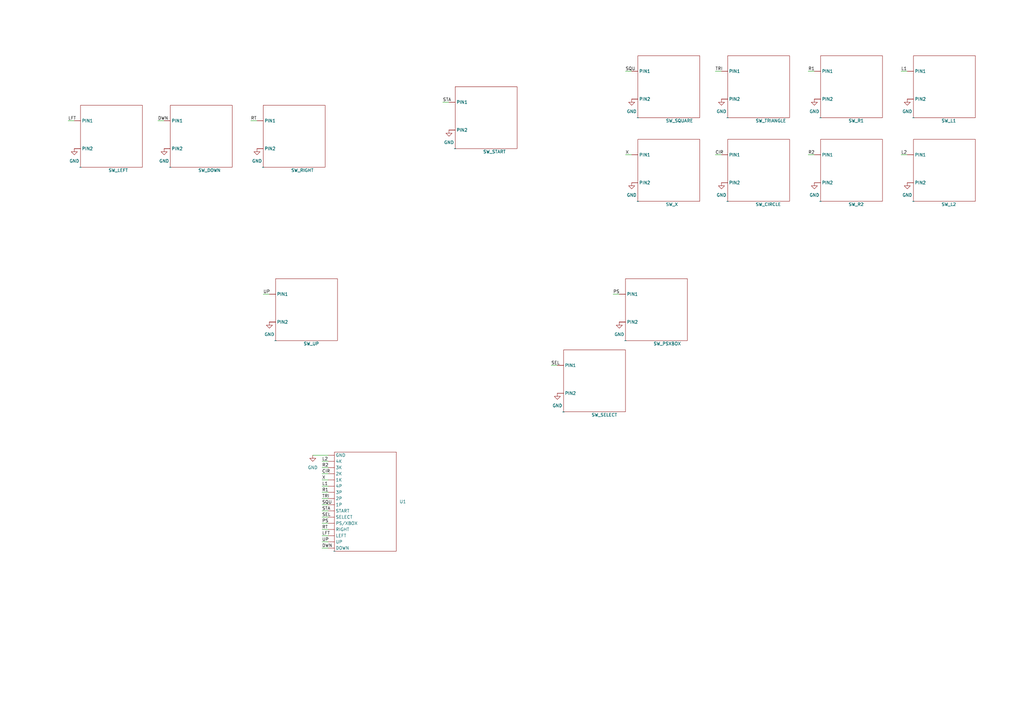
<source format=kicad_sch>
(kicad_sch (version 20230121) (generator eeschema)
  (paper "A3")
  (lib_symbols
    (symbol "BrookHitboxSymbols:BrookConnection"
      (property "Reference" "U" (at 0 0 0))
      (symbol "BrookConnection_0_1"
        (polyline (pts (xy 0 0) (xy 25.4 0) (xy 25.4 40.64) (xy 0 40.64) (xy 0 0)))
      )
      (symbol "BrookConnection_1_1"
        (pin bidirectional line (at -2.54 29.21 0) (length 2.54) (name "1K") (number ""))
        (pin bidirectional line (at -2.54 19.05 0) (length 2.54) (name "1P") (number ""))
        (pin bidirectional line (at -2.54 31.75 0) (length 2.54) (name "2K") (number ""))
        (pin bidirectional line (at -2.54 21.59 0) (length 2.54) (name "2P") (number ""))
        (pin bidirectional line (at -2.54 34.29 0) (length 2.54) (name "3K") (number ""))
        (pin bidirectional line (at -2.54 24.13 0) (length 2.54) (name "3P") (number ""))
        (pin bidirectional line (at -2.54 36.83 0) (length 2.54) (name "4K") (number ""))
        (pin bidirectional line (at -2.54 26.67 0) (length 2.54) (name "4P") (number ""))
        (pin bidirectional line (at -2.54 1.27 0) (length 2.54) (name "DOWN") (number ""))
        (pin bidirectional line (at -2.54 39.37 0) (length 2.54) (name "GND") (number ""))
        (pin bidirectional line (at -2.54 6.35 0) (length 2.54) (name "LEFT") (number ""))
        (pin bidirectional line (at -2.54 11.43 0) (length 2.54) (name "PS/XBOX") (number ""))
        (pin bidirectional line (at -2.54 8.89 0) (length 2.54) (name "RIGHT") (number ""))
        (pin bidirectional line (at -2.54 13.97 0) (length 2.54) (name "SELECT") (number ""))
        (pin bidirectional line (at -2.54 16.51 0) (length 2.54) (name "START") (number ""))
        (pin bidirectional line (at -2.54 3.81 0) (length 2.54) (name "UP") (number ""))
      )
    )
    (symbol "BrookHitboxSymbols:MX-SW"
      (property "Reference" "U" (at 0 0 0))
      (symbol "MX-SW_0_1"
        (polyline (pts (xy 0 0) (xy 25.4 0) (xy 25.4 25.4) (xy 0 25.4) (xy 0 0)))
      )
      (symbol "MX-SW_1_1"
        (pin bidirectional line (at -2.54 19.05 0) (length 2.54) (name "PIN1") (number ""))
        (pin bidirectional line (at -2.54 7.62 0) (length 2.54) (name "PIN2") (number ""))
      )
    )
    (symbol "power:GND" (power) (pin_names (offset 0))
      (property "Value" "GND" (at 0 -3.81 0))
      (symbol "GND_0_1"
        (polyline (pts (xy 0 0) (xy 0 -1.27) (xy 1.27 -1.27) (xy 0 -2.54) (xy -1.27 -1.27) (xy 0 -1.27)))
      )
      (symbol "GND_1_1"
        (pin power_in line (at 0 0 270) (length 0) hide (name "GND") (number "1"))
      )
    )
  )
  (wire (pts (xy 132.08 209.55) (xy 134.62 209.55)))
  (wire (pts (xy 132.08 214.63) (xy 134.62 214.63)))
  (wire (pts (xy 132.08 219.71) (xy 134.62 219.71)))
  (wire (pts (xy 369.57 63.5) (xy 372.11 63.5)))
  (wire (pts (xy 181.61 41.91) (xy 184.15 41.91)))
  (wire (pts (xy 256.54 29.21) (xy 259.08 29.21)))
  (wire (pts (xy 132.08 222.25) (xy 134.62 222.25)))
  (wire (pts (xy 132.08 217.17) (xy 134.62 217.17)))
  (wire (pts (xy 293.37 29.21) (xy 295.91 29.21)))
  (wire (pts (xy 102.87 49.53) (xy 105.41 49.53)))
  (wire (pts (xy 132.08 212.09) (xy 134.62 212.09)))
  (wire (pts (xy 132.08 207.01) (xy 134.62 207.01)))
  (wire (pts (xy 64.77 49.53) (xy 67.31 49.53)))
  (wire (pts (xy 251.46 120.65) (xy 254 120.65)))
  (wire (pts (xy 331.47 63.5) (xy 334.01 63.5)))
  (wire (pts (xy 107.95 120.65) (xy 110.49 120.65)))
  (wire (pts (xy 132.08 201.93) (xy 134.62 201.93)))
  (wire (pts (xy 331.47 29.21) (xy 334.01 29.21)))
  (wire (pts (xy 132.08 204.47) (xy 134.62 204.47)))
  (wire (pts (xy 256.54 63.5) (xy 259.08 63.5)))
  (wire (pts (xy 128.27 186.69) (xy 134.62 186.69)))
  (wire (pts (xy 293.37 63.5) (xy 295.91 63.5)))
  (wire (pts (xy 369.57 29.21) (xy 372.11 29.21)))
  (wire (pts (xy 132.08 224.79) (xy 134.62 224.79)))
  (wire (pts (xy 132.08 189.23) (xy 134.62 189.23)))
  (wire (pts (xy 132.08 194.31) (xy 134.62 194.31)))
  (wire (pts (xy 132.08 199.39) (xy 134.62 199.39)))
  (wire (pts (xy 226.06 149.86) (xy 228.6 149.86)))
  (wire (pts (xy 132.08 196.85) (xy 134.62 196.85)))
  (wire (pts (xy 132.08 191.77) (xy 134.62 191.77)))
  (wire (pts (xy 27.94 49.53) (xy 30.48 49.53)))
  (label "TRI" (at 132.08 204.47 0))
  (label "R1" (at 331.47 29.21 0))
  (label "DWN" (at 64.77 49.53 0))
  (label "LFT" (at 132.08 219.71 0))
  (label "R2" (at 132.08 191.77 0))
  (label "TRI" (at 293.37 29.21 0))
  (label "PS" (at 251.46 120.65 0))
  (label "STA" (at 181.61 41.91 0))
  (label "L1" (at 369.57 29.21 0))
  (label "L2" (at 369.57 63.5 0))
  (label "UP" (at 132.08 222.25 0))
  (label "RT" (at 132.08 217.17 0))
  (label "L1" (at 132.08 199.39 0))
  (label "RT" (at 102.87 49.53 0))
  (label "L2" (at 132.08 189.23 0))
  (label "CIR" (at 293.37 63.5 0))
  (label "SQU" (at 256.54 29.21 0))
  (label "R1" (at 132.08 201.93 0))
  (label "CIR" (at 132.08 194.31 0))
  (label "UP" (at 107.95 120.65 0))
  (label "STA" (at 132.08 209.55 0))
  (label "X" (at 132.08 196.85 0))
  (label "DWN" (at 132.08 224.79 0))
  (label "LFT" (at 27.94 49.53 0))
  (label "PS" (at 132.08 214.63 0))
  (label "R2" (at 331.47 63.5 0))
  (label "SEL" (at 132.08 212.09 0))
  (label "SQU" (at 132.08 207.01 0))
  (label "X" (at 256.54 63.5 0))
  (label "SEL" (at 226.06 149.86 0))
  (symbol (lib_id "BrookHitboxSymbols:MX-SW") (at 336.55 82.55 0) (unit 1)
    (property "Reference" "SW_R2" (at 347.98 83.82 0) (effects (justify left)))
    (property "Value" "~" (at 336.55 82.55 0))
  )
  (symbol (lib_id "BrookHitboxSymbols:MX-SW") (at 261.62 48.26 0) (unit 1)
    (property "Reference" "SW_SQUARE" (at 273.05 49.53 0) (effects (justify left)))
    (property "Value" "~" (at 261.62 48.26 0))
  )
  (symbol (lib_id "power:GND") (at 184.15 53.34 0) (unit 1)
    (property "Reference" "#PWR012" (effects hide))
    (property "Value" "GND" (at 184.15 58.42 0))
  )
  (symbol (lib_id "BrookHitboxSymbols:BrookConnection") (at 137.16 226.06 0) (unit 1)
    (property "Reference" "U1" (at 163.83 205.74 0) (effects (justify left)))
    (property "Value" "~" (at 137.16 226.06 0))
  )
  (symbol (lib_id "BrookHitboxSymbols:MX-SW") (at 107.95 68.58 0) (unit 1)
    (property "Reference" "SW_RIGHT" (at 119.38 69.85 0) (effects (justify left)))
    (property "Value" "~" (at 107.95 68.58 0))
  )
  (symbol (lib_id "BrookHitboxSymbols:MX-SW") (at 298.45 48.26 0) (unit 1)
    (property "Reference" "SW_TRIANGLE" (at 309.88 49.53 0) (effects (justify left)))
    (property "Value" "~" (at 298.45 48.26 0))
  )
  (symbol (lib_id "power:GND") (at 295.91 40.64 0) (unit 1)
    (property "Reference" "#PWR06" (effects hide))
    (property "Value" "GND" (at 295.91 45.72 0))
  )
  (symbol (lib_id "power:GND") (at 254 132.08 0) (unit 1)
    (property "Reference" "#PWR09" (effects hide))
    (property "Value" "GND" (at 254 137.16 0))
  )
  (symbol (lib_id "BrookHitboxSymbols:MX-SW") (at 374.65 48.26 0) (unit 1)
    (property "Reference" "SW_L1" (at 386.08 49.53 0) (effects (justify left)))
    (property "Value" "~" (at 374.65 48.26 0))
  )
  (symbol (lib_id "power:GND") (at 259.08 74.93 0) (unit 1)
    (property "Reference" "#PWR08" (effects hide))
    (property "Value" "GND" (at 259.08 80.01 0))
  )
  (symbol (lib_id "power:GND") (at 228.6 161.29 0) (unit 1)
    (property "Reference" "#PWR010" (effects hide))
    (property "Value" "GND" (at 228.6 166.37 0))
  )
  (symbol (lib_id "power:GND") (at 295.91 74.93 0) (unit 1)
    (property "Reference" "#PWR05" (effects hide))
    (property "Value" "GND" (at 295.91 80.01 0))
  )
  (symbol (lib_id "BrookHitboxSymbols:MX-SW") (at 113.03 139.7 0) (unit 1)
    (property "Reference" "SW_UP" (at 124.46 140.97 0) (effects (justify left)))
    (property "Value" "~" (at 113.03 139.7 0))
  )
  (symbol (lib_id "BrookHitboxSymbols:MX-SW") (at 231.14 168.91 0) (unit 1)
    (property "Reference" "SW_SELECT" (at 242.57 170.18 0) (effects (justify left)))
    (property "Value" "~" (at 231.14 168.91 0))
  )
  (symbol (lib_id "BrookHitboxSymbols:MX-SW") (at 336.55 48.26 0) (unit 1)
    (property "Reference" "SW_R1" (at 347.98 49.53 0) (effects (justify left)))
    (property "Value" "~" (at 336.55 48.26 0))
  )
  (symbol (lib_id "power:GND") (at 259.08 40.64 0) (unit 1)
    (property "Reference" "#PWR07" (effects hide))
    (property "Value" "GND" (at 259.08 45.72 0))
  )
  (symbol (lib_id "power:GND") (at 30.48 60.96 0) (unit 1)
    (property "Reference" "#PWR015" (effects hide))
    (property "Value" "GND" (at 30.48 66.04 0))
  )
  (symbol (lib_id "power:GND") (at 105.41 60.96 0) (unit 1)
    (property "Reference" "#PWR013" (effects hide))
    (property "Value" "GND" (at 105.41 66.04 0))
  )
  (symbol (lib_id "power:GND") (at 372.11 40.64 0) (unit 1)
    (property "Reference" "#PWR02" (effects hide))
    (property "Value" "GND" (at 372.11 45.72 0))
  )
  (symbol (lib_id "power:GND") (at 334.01 74.93 0) (unit 1)
    (property "Reference" "#PWR04" (effects hide))
    (property "Value" "GND" (at 334.01 80.01 0))
  )
  (symbol (lib_id "BrookHitboxSymbols:MX-SW") (at 298.45 82.55 0) (unit 1)
    (property "Reference" "SW_CIRCLE" (at 309.88 83.82 0) (effects (justify left)))
    (property "Value" "~" (at 298.45 82.55 0))
  )
  (symbol (lib_id "power:GND") (at 128.27 186.69 0) (unit 1)
    (property "Reference" "#PWR016" (effects hide))
    (property "Value" "GND" (at 128.27 191.77 0))
  )
  (symbol (lib_id "power:GND") (at 334.01 40.64 0) (unit 1)
    (property "Reference" "#PWR03" (effects hide))
    (property "Value" "GND" (at 334.01 45.72 0))
  )
  (symbol (lib_id "power:GND") (at 67.31 60.96 0) (unit 1)
    (property "Reference" "#PWR014" (effects hide))
    (property "Value" "GND" (at 67.31 66.04 0))
  )
  (symbol (lib_id "BrookHitboxSymbols:MX-SW") (at 69.85 68.58 0) (unit 1)
    (property "Reference" "SW_DOWN" (at 81.28 69.85 0) (effects (justify left)))
    (property "Value" "~" (at 69.85 68.58 0))
  )
  (symbol (lib_id "power:GND") (at 110.49 132.08 0) (unit 1)
    (property "Reference" "#PWR011" (effects hide))
    (property "Value" "GND" (at 110.49 137.16 0))
  )
  (symbol (lib_id "BrookHitboxSymbols:MX-SW") (at 256.54 139.7 0) (unit 1)
    (property "Reference" "SW_PSXBOX" (at 267.97 140.97 0) (effects (justify left)))
    (property "Value" "~" (at 256.54 139.7 0))
  )
  (symbol (lib_id "BrookHitboxSymbols:MX-SW") (at 261.62 82.55 0) (unit 1)
    (property "Reference" "SW_X" (at 273.05 83.82 0) (effects (justify left)))
    (property "Value" "~" (at 261.62 82.55 0))
  )
  (symbol (lib_id "power:GND") (at 372.11 74.93 0) (unit 1)
    (property "Reference" "#PWR01" (effects hide))
    (property "Value" "GND" (at 372.11 80.01 0))
  )
  (symbol (lib_id "BrookHitboxSymbols:MX-SW") (at 374.65 82.55 0) (unit 1)
    (property "Reference" "SW_L2" (at 386.08 83.82 0) (effects (justify left)))
    (property "Value" "~" (at 374.65 82.55 0))
  )
  (symbol (lib_id "BrookHitboxSymbols:MX-SW") (at 186.69 60.96 0) (unit 1)
    (property "Reference" "SW_START" (at 198.12 62.23 0) (effects (justify left)))
    (property "Value" "~" (at 186.69 60.96 0))
  )
  (symbol (lib_id "BrookHitboxSymbols:MX-SW") (at 33.02 68.58 0) (unit 1)
    (property "Reference" "SW_LEFT" (at 44.45 69.85 0) (effects (justify left)))
    (property "Value" "~" (at 33.02 68.58 0))
  )
)
</source>
